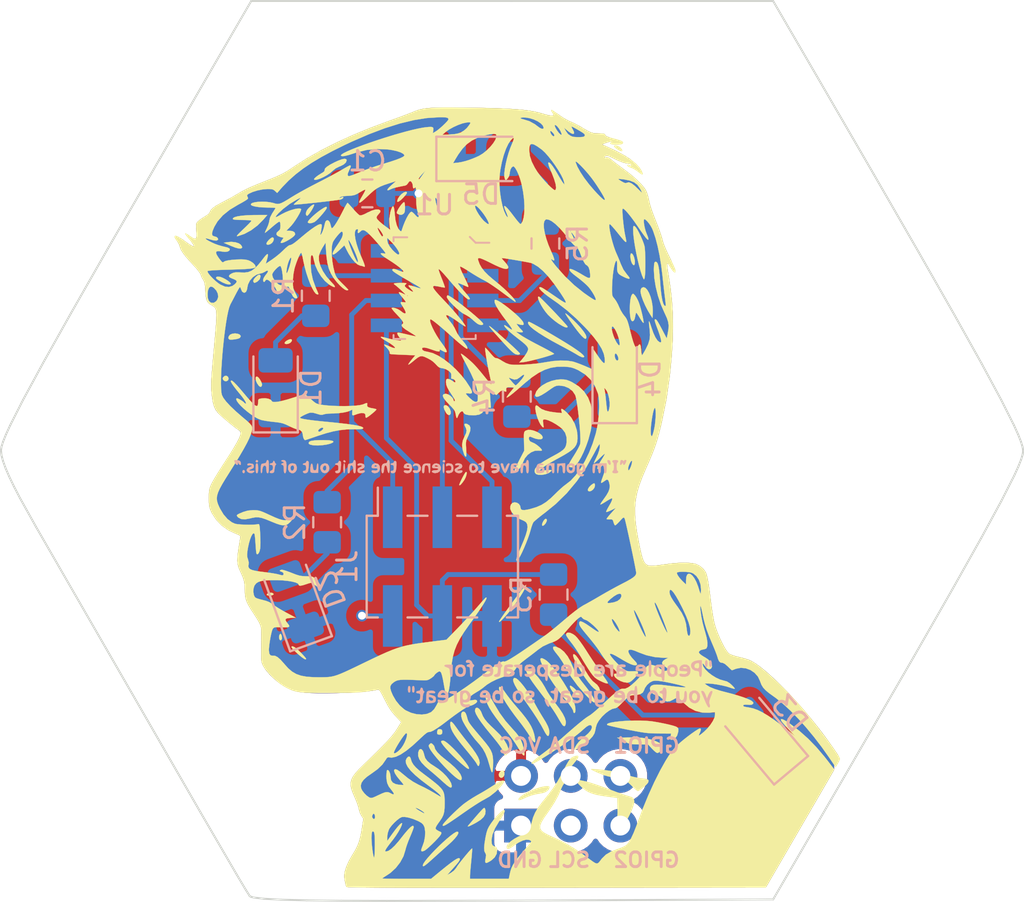
<source format=kicad_pcb>
(kicad_pcb (version 20171130) (host pcbnew "(5.1.5)-3")
  (layers (0 F.Cu signal hide) (31 B.Cu signal) (34 B.Paste user) (35 F.Paste user) (36 B.SilkS user) (37 F.SilkS user hide) (38 B.Mask user) (39 F.Mask user) (44 Edge.Cuts user))
  (net 0 "")
  (net 1 +3V3)
  (net 2 GND)
  (net 3 "Net-(D1-Pad2)")
  (net 4 "Net-(D3-Pad2)")
  (net 5 "Net-(D5-Pad2)")
  (net 6 MISO)
  (net 7 SCK)
  (net 8 MOSI)
  (net 9 RST)
  (net 10 PB3)
  (net 11 PB4)
  (net 12 "Net-(X1-Pad5)")
  (net 13 "Net-(X1-Pad6)")
  (net 14 "Net-(X1-Pad3)")
  (net 15 "Net-(X1-Pad4)")
  (net 16 "Net-(D2-Pad2)")
  (net 17 "Net-(D4-Pad2)")
  (module my-ki-cad-parts:Badgelife-SAOv169-SAO-2x3 (layer F.Cu) (at -0.4537 4.5393)
    (fp_text reference X1 hide)
    (fp_text value Badgelife_sao_connector_v169bis)
    (fp_text user VCC (at -2.54 -2.794 unlocked) (layer B.SilkS) (effects (font (size 0.75 0.75)) (justify mirror)))
    (fp_text user SDA (at 0 -2.794 unlocked) (layer B.SilkS) (effects (font (size 0.75 0.75)) (justify mirror)))
    (fp_text user GPIO1 (at 3.937 -2.794 unlocked) (layer B.SilkS) (effects (font (size 0.75 0.75)) (justify mirror)))
    (fp_text user GND (at -2.54 3.048 unlocked) (layer B.SilkS) (effects (font (size 0.75 0.75)) (justify mirror)))
    (fp_text user SCL (at 0 3.048) (layer B.SilkS) (effects (font (size 0.75 0.75)) (justify mirror)))
    (fp_text user GPIO2 (at 3.937 3.048) (layer B.SilkS) (effects (font (size 0.75 0.75)) (justify mirror)))
    (pad 5 thru_hole circle (at 2.6 -1.25 270) (size 1.7272 1.7272) (drill 1.016) (layers *.Cu *.Mask) (net 12 "Net-(X1-Pad5)"))
    (pad 6 thru_hole circle (at 2.6 1.29 270) (size 1.7272 1.7272) (drill 1.016) (layers *.Cu *.Mask) (net 13 "Net-(X1-Pad6)"))
    (pad 3 thru_hole oval (at 0.06 -1.25 270) (size 1.7272 1.7272) (drill 1.016) (layers *.Cu *.Mask) (net 14 "Net-(X1-Pad3)"))
    (pad 4 thru_hole oval (at 0.06 1.29 270) (size 1.7272 1.7272) (drill 1.016) (layers *.Cu *.Mask) (net 15 "Net-(X1-Pad4)"))
    (pad 1 thru_hole oval (at -2.48 -1.25 270) (size 1.7272 1.7272) (drill 1.016) (layers *.Cu *.Mask) (net 1 +3V3))
    (pad 2 thru_hole rect (at -2.48 1.29 270) (size 1.7272 1.7272) (drill 1.016) (layers *.Cu *.Mask) (net 2 GND))
  )
  (module LOGO (layer F.Cu) (at 0 0)
    (fp_text reference G*** hide)
    (fp_text value LOGO hide)
  )
  (module LOGO (layer F.Cu) (at 0 0)
    (fp_text reference G*** hide)
    (fp_text value LOGO hide)
  )
  (module LOGO (layer F.Cu) (at 0 0)
    (fp_text reference G*** hide)
    (fp_text value LOGO hide)
  )
  (module LOGO (layer F.Cu) (at 0 0)
    (fp_text reference G*** hide)
    (fp_text value LOGO hide)
  )
  (module LOGO (layer F.Cu) (at 0 0)
    (fp_text reference G*** hide)
    (fp_text value LOGO hide)
  )
  (module LOGO (layer F.Cu) (at 0 0)
    (fp_text reference G*** hide)
    (fp_text value LOGO hide)
  )
  (module Connector_PinHeader_2.54mm:PinHeader_2x03_P2.54mm_Vertical_SMD (layer B.Cu) (at -6.95984 -7.4168 270)
    (fp_text reference J1 (at 0 4.87 90) (layer B.SilkS) (effects (justify mirror)))
    (fp_text value ICSP)
    (pad 1 smd rect (at -2.525 2.54 270) (size 3.15 1) (layers B.Cu B.Paste B.Mask) (net 6 MISO))
    (pad 2 smd rect (at 2.525 2.54 270) (size 3.15 1) (layers B.Cu B.Paste B.Mask) (net 1 +3V3))
    (pad 3 smd rect (at -2.525 0 270) (size 3.15 1) (layers B.Cu B.Paste B.Mask) (net 7 SCK))
    (pad 4 smd rect (at 2.525 0 270) (size 3.15 1) (layers B.Cu B.Paste B.Mask) (net 8 MOSI))
    (pad 5 smd rect (at -2.525 -2.54 270) (size 3.15 1) (layers B.Cu B.Paste B.Mask) (net 9 RST))
    (pad 6 smd rect (at 2.525 -2.54 270) (size 3.15 1) (layers B.Cu B.Paste B.Mask) (net 2 GND))
  )
  (module digikey-footprints:SOIC-8_W5.3mm (layer B.Cu) (at -7.35584 -21.66112 180)
    (fp_text reference U1 (at 0 4.25) (layer B.SilkS) (effects (justify mirror)))
    (fp_text value ATtiny85V-10PU)
    (pad 3 smd rect (at -2.465 -0.635 180) (size 1.6 0.7) (layers B.Cu B.Paste B.Mask) (net 11 PB4))
    (pad 2 smd rect (at -2.465 0.635 180) (size 1.6 0.7) (layers B.Cu B.Paste B.Mask) (net 10 PB3))
    (pad 4 smd rect (at -2.465 -1.905 180) (size 1.6 0.7) (layers B.Cu B.Paste B.Mask) (net 2 GND))
    (pad 1 smd rect (at -2.465 1.905 180) (size 1.6 0.7) (layers B.Cu B.Paste B.Mask) (net 9 RST))
    (pad 5 smd rect (at 2.465 -1.905 180) (size 1.6 0.7) (layers B.Cu B.Paste B.Mask) (net 8 MOSI))
    (pad 6 smd rect (at 2.465 -0.635 180) (size 1.6 0.7) (layers B.Cu B.Paste B.Mask) (net 6 MISO))
    (pad 7 smd rect (at 2.465 0.635 180) (size 1.6 0.7) (layers B.Cu B.Paste B.Mask) (net 7 SCK))
    (pad 8 smd rect (at 2.465 1.905 180) (size 1.6 0.7) (layers B.Cu B.Paste B.Mask) (net 1 +3V3))
  )
  (module Capacitor_SMD:C_0805_2012Metric (layer B.Cu) (at -10.797301 -26.504898 180)
    (fp_text reference C1 (at 0 1.65) (layer B.SilkS) (effects (justify mirror)))
    (fp_text value 100u)
    (pad 1 smd roundrect (at -0.9375 0 180) (size 0.975 1.4) (layers B.Cu B.Paste B.Mask) (net 1 +3V3))
    (pad 2 smd roundrect (at 0.9375 0 180) (size 0.975 1.4) (layers B.Cu B.Paste B.Mask) (net 2 GND))
  )
  (module LED_SMD:LED_1206_3216Metric (layer B.Cu) (at -15.48892 -16.56542 90)
    (fp_text reference D1 (at 0 1.82 90) (layer B.SilkS) (effects (justify mirror)))
    (fp_text value LED)
    (pad 2 smd roundrect (at 1.4 0 90) (size 1.25 1.75) (layers B.Cu B.Paste B.Mask) (roundrect_rratio 0.2) (net 3 "Net-(D1-Pad2)"))
    (pad 1 smd roundrect (at -1.4 0 90) (size 1.25 1.75) (layers B.Cu B.Paste B.Mask) (roundrect_rratio 0.2) (net 2 GND))
  )
  (module LED_SMD:LED_1206_3216Metric (layer B.Cu) (at -14.456372 -5.61863 110)
    (fp_text reference D2 (at 0 1.82 110) (layer B.SilkS) (effects (justify mirror)))
    (fp_text value LED)
    (pad 1 smd roundrect (at -1.4 0 110) (size 1.25 1.75) (layers B.Cu B.Paste B.Mask) (roundrect_rratio 0.2) (net 2 GND))
    (pad 2 smd roundrect (at 1.4 0 110) (size 1.25 1.75) (layers B.Cu B.Paste B.Mask) (roundrect_rratio 0.2) (net 16 "Net-(D2-Pad2)"))
  )
  (module LED_SMD:LED_1206_3216Metric (layer B.Cu) (at 9.408903 1.250263 130)
    (fp_text reference D3 (at 0 1.82 130) (layer B.SilkS) (effects (justify mirror)))
    (fp_text value LED)
    (pad 1 smd roundrect (at -1.4 0 130) (size 1.25 1.75) (layers B.Cu B.Paste B.Mask) (roundrect_rratio 0.2) (net 2 GND))
    (pad 2 smd roundrect (at 1.4 0 130) (size 1.25 1.75) (layers B.Cu B.Paste B.Mask) (roundrect_rratio 0.2) (net 4 "Net-(D3-Pad2)"))
  )
  (module LED_SMD:LED_1206_3216Metric (layer B.Cu) (at 1.8542 -17.0404 90)
    (fp_text reference D4 (at 0 1.82 90) (layer B.SilkS) (effects (justify mirror)))
    (fp_text value LED)
    (pad 2 smd roundrect (at 1.4 0 90) (size 1.25 1.75) (layers B.Cu B.Paste B.Mask) (roundrect_rratio 0.2) (net 17 "Net-(D4-Pad2)"))
    (pad 1 smd roundrect (at -1.4 0 90) (size 1.25 1.75) (layers B.Cu B.Paste B.Mask) (roundrect_rratio 0.2) (net 2 GND))
  )
  (module LED_SMD:LED_1206_3216Metric (layer B.Cu) (at -4.9814 -28.2702)
    (fp_text reference D5 (at 0 1.82) (layer B.SilkS) (effects (justify mirror)))
    (fp_text value LED)
    (pad 1 smd roundrect (at -1.4 0) (size 1.25 1.75) (layers B.Cu B.Paste B.Mask) (roundrect_rratio 0.2) (net 2 GND))
    (pad 2 smd roundrect (at 1.4 0) (size 1.25 1.75) (layers B.Cu B.Paste B.Mask) (roundrect_rratio 0.2) (net 5 "Net-(D5-Pad2)"))
  )
  (module Resistor_SMD:R_0805_2012Metric_Pad1.15x1.40mm_HandSolder (layer B.Cu) (at -13.43406 -21.268796 270)
    (fp_text reference R1 (at 0 1.65 90) (layer B.SilkS) (effects (justify mirror)))
    (fp_text value R)
    (pad 1 smd roundrect (at -1.025 0 270) (size 1.15 1.4) (layers B.Cu B.Paste B.Mask) (roundrect_rratio 0.217391) (net 7 SCK))
    (pad 2 smd roundrect (at 1.025 0 270) (size 1.15 1.4) (layers B.Cu B.Paste B.Mask) (roundrect_rratio 0.217391) (net 3 "Net-(D1-Pad2)"))
  )
  (module Resistor_SMD:R_0805_2012Metric_Pad1.15x1.40mm_HandSolder (layer B.Cu) (at -12.8524 -9.6864 270)
    (fp_text reference R2 (at 0 1.65 90) (layer B.SilkS) (effects (justify mirror)))
    (fp_text value R)
    (pad 1 smd roundrect (at -1.025 0 270) (size 1.15 1.4) (layers B.Cu B.Paste B.Mask) (roundrect_rratio 0.217391) (net 6 MISO))
    (pad 2 smd roundrect (at 1.025 0 270) (size 1.15 1.4) (layers B.Cu B.Paste B.Mask) (roundrect_rratio 0.217391) (net 16 "Net-(D2-Pad2)"))
  )
  (module Resistor_SMD:R_0805_2012Metric_Pad1.15x1.40mm_HandSolder (layer B.Cu) (at -1.27 -5.985404 270)
    (fp_text reference R3 (at 0 1.65 90) (layer B.SilkS) (effects (justify mirror)))
    (fp_text value R)
    (pad 1 smd roundrect (at -1.025 0 270) (size 1.15 1.4) (layers B.Cu B.Paste B.Mask) (roundrect_rratio 0.217391) (net 8 MOSI))
    (pad 2 smd roundrect (at 1.025 0 270) (size 1.15 1.4) (layers B.Cu B.Paste B.Mask) (roundrect_rratio 0.217391) (net 4 "Net-(D3-Pad2)"))
  )
  (module Resistor_SMD:R_0805_2012Metric_Pad1.15x1.40mm_HandSolder (layer B.Cu) (at -3.1496 -16.112596 270)
    (fp_text reference R4 (at 0 1.65 90) (layer B.SilkS) (effects (justify mirror)))
    (fp_text value R)
    (pad 2 smd roundrect (at 1.025 0 270) (size 1.15 1.4) (layers B.Cu B.Paste B.Mask) (roundrect_rratio 0.217391) (net 17 "Net-(D4-Pad2)"))
    (pad 1 smd roundrect (at -1.025 0 270) (size 1.15 1.4) (layers B.Cu B.Paste B.Mask) (roundrect_rratio 0.217391) (net 10 PB3))
  )
  (module Resistor_SMD:R_0805_2012Metric_Pad1.15x1.40mm_HandSolder (layer B.Cu) (at -1.689102 -23.943201 90)
    (fp_text reference R5 (at 0 1.65 90) (layer B.SilkS) (effects (justify mirror)))
    (fp_text value R)
    (pad 2 smd roundrect (at 1.025 0 90) (size 1.15 1.4) (layers B.Cu B.Paste B.Mask) (roundrect_rratio 0.217391) (net 5 "Net-(D5-Pad2)"))
    (pad 1 smd roundrect (at -1.025 0 90) (size 1.15 1.4) (layers B.Cu B.Paste B.Mask) (roundrect_rratio 0.217391) (net 11 PB4))
  )
  (gr_line (start -16.812745 9.430547) (end -17.009265 9.121598) (layer Edge.Cuts) (width 0.1))
  (gr_line (start -17.009265 9.121598) (end -17.470984 8.345812) (layer Edge.Cuts) (width 0.1))
  (gr_line (start -17.470984 8.345812) (end -19.328114 5.155176) (layer Edge.Cuts) (width 0.1))
  (gr_line (start -19.328114 5.155176) (end -27.743823 -9.452234) (layer Edge.Cuts) (width 0.1))
  (gr_line (start -27.743823 -9.452234) (end -28.558845 -10.914621) (layer Edge.Cuts) (width 0.1))
  (gr_line (start -28.558845 -10.914621) (end -28.867968 -11.51029) (layer Edge.Cuts) (width 0.1))
  (gr_line (start -28.867968 -11.51029) (end -29.114999 -12.023254) (layer Edge.Cuts) (width 0.1))
  (gr_line (start -29.114999 -12.023254) (end -29.302564 -12.459246) (layer Edge.Cuts) (width 0.1))
  (gr_line (start -29.302564 -12.459246) (end -29.433288 -12.823998) (layer Edge.Cuts) (width 0.1))
  (gr_line (start -29.433288 -12.823998) (end -29.509798 -13.123242) (layer Edge.Cuts) (width 0.1))
  (gr_line (start -29.509798 -13.123242) (end -29.534718 -13.362712) (layer Edge.Cuts) (width 0.1))
  (gr_line (start -29.534718 -13.362712) (end -29.508708 -13.544219) (layer Edge.Cuts) (width 0.1))
  (gr_line (start -29.508708 -13.544219) (end -29.426348 -13.809744) (layer Edge.Cuts) (width 0.1))
  (gr_line (start -29.426348 -13.809744) (end -29.281125 -14.17107) (layer Edge.Cuts) (width 0.1))
  (gr_line (start -29.281125 -14.17107) (end -29.066523 -14.639982) (layer Edge.Cuts) (width 0.1))
  (gr_line (start -29.066523 -14.639982) (end -28.40313 -15.947693) (layer Edge.Cuts) (width 0.1))
  (gr_line (start -28.40313 -15.947693) (end -27.384061 -17.827144) (layer Edge.Cuts) (width 0.1))
  (gr_line (start -27.384061 -17.827144) (end -25.95721 -20.3726) (layer Edge.Cuts) (width 0.1))
  (gr_line (start -25.95721 -20.3726) (end -24.07047 -23.678328) (layer Edge.Cuts) (width 0.1))
  (gr_line (start -24.07047 -23.678328) (end -18.708897 -32.947665) (layer Edge.Cuts) (width 0.1))
  (gr_line (start -18.708897 -32.947665) (end -16.733804 -36.347146) (layer Edge.Cuts) (width 0.1))
  (gr_line (start -16.733804 -36.347146) (end -3.388058 -36.347146) (layer Edge.Cuts) (width 0.1))
  (gr_line (start -3.388058 -36.347146) (end 9.957688 -36.347146) (layer Edge.Cuts) (width 0.1))
  (gr_line (start 9.957688 -36.347146) (end 12.275615 -32.361548) (layer Edge.Cuts) (width 0.1))
  (gr_line (start 12.275615 -32.361548) (end 15.104895 -27.485994) (layer Edge.Cuts) (width 0.1))
  (gr_line (start 15.104895 -27.485994) (end 17.407934 -23.490912) (layer Edge.Cuts) (width 0.1))
  (gr_line (start 17.407934 -23.490912) (end 19.23066 -20.292867) (layer Edge.Cuts) (width 0.1))
  (gr_line (start 19.23066 -20.292867) (end 20.618997 -17.808426) (layer Edge.Cuts) (width 0.1))
  (gr_line (start 20.618997 -17.808426) (end 21.61887 -15.954155) (layer Edge.Cuts) (width 0.1))
  (gr_line (start 21.61887 -15.954155) (end 22.276205 -14.646623) (layer Edge.Cuts) (width 0.1))
  (gr_line (start 22.276205 -14.646623) (end 22.490773 -14.17181) (layer Edge.Cuts) (width 0.1))
  (gr_line (start 22.490773 -14.17181) (end 22.636928 -13.802393) (layer Edge.Cuts) (width 0.1))
  (gr_line (start 22.636928 -13.802393) (end 22.720408 -13.527945) (layer Edge.Cuts) (width 0.1))
  (gr_line (start 22.720408 -13.527945) (end 22.746958 -13.338034) (layer Edge.Cuts) (width 0.1))
  (gr_line (start 22.746958 -13.338034) (end 22.722518 -13.155839) (layer Edge.Cuts) (width 0.1))
  (gr_line (start 22.722518 -13.155839) (end 22.643968 -12.894426) (layer Edge.Cuts) (width 0.1))
  (gr_line (start 22.643968 -12.894426) (end 22.503434 -12.539612) (layer Edge.Cuts) (width 0.1))
  (gr_line (start 22.503434 -12.539612) (end 22.293061 -12.077215) (layer Edge.Cuts) (width 0.1))
  (gr_line (start 22.293061 -12.077215) (end 21.63135 -10.772942) (layer Edge.Cuts) (width 0.1))
  (gr_line (start 21.63135 -10.772942) (end 20.595942 -8.868144) (layer Edge.Cuts) (width 0.1))
  (gr_line (start 20.595942 -8.868144) (end 19.123947 -6.249358) (layer Edge.Cuts) (width 0.1))
  (gr_line (start 19.123947 -6.249358) (end 17.152473 -2.803123) (layer Edge.Cuts) (width 0.1))
  (gr_line (start 17.152473 -2.803123) (end 11.459525 7.025542) (layer Edge.Cuts) (width 0.1))
  (gr_line (start 11.459525 7.025542) (end 9.959918 9.604453) (layer Edge.Cuts) (width 0.1))
  (gr_line (start 9.959918 9.604453) (end -3.3098 9.664973) (layer Edge.Cuts) (width 0.1))
  (gr_line (start -3.3098 9.664973) (end -9.798322 9.681043) (layer Edge.Cuts) (width 0.1))
  (gr_line (start -9.798322 9.681043) (end -12.121845 9.672843) (layer Edge.Cuts) (width 0.1))
  (gr_line (start -12.121845 9.672843) (end -13.907565 9.652533) (layer Edge.Cuts) (width 0.1))
  (gr_line (start -13.907565 9.652533) (end -15.212498 9.619123) (layer Edge.Cuts) (width 0.1))
  (gr_line (start -15.212498 9.619123) (end -16.093661 9.571633) (layer Edge.Cuts) (width 0.1))
  (gr_line (start -16.093661 9.571633) (end -16.60807 9.509093) (layer Edge.Cuts) (width 0.1))
  (gr_line (start -16.60807 9.509093) (end -16.745559 9.471873) (layer Edge.Cuts) (width 0.1))
  (gr_line (start -16.745559 9.471873) (end -16.812739 9.430523) (layer Edge.Cuts) (width 0.1))
  (gr_line (start -16.812739 9.430523) (end -16.812739 9.430541) (layer Edge.Cuts) (width 0.1))
  (gr_line (start -16.812739 9.430541) (end -16.812745 9.430547) (layer Edge.Cuts) (width 0.1))
  (segment (start -11.05638 -4.8918) (end -11.07186 -4.90728) (width 0.25) (layer B.Cu) (net 1))
  (segment (start -9.49984 -4.8918) (end -11.05638 -4.8918) (width 0.25) (layer B.Cu) (net 1))
  (via (at -11.07186 -4.90728) (size 0.6) (drill 0.4) (layers F.Cu B.Cu) (net 1))
  (segment (start -9.82084 -26.465937) (end -9.859801 -26.504898) (width 0.25) (layer B.Cu) (net 1))
  (segment (start -9.82084 -23.56612) (end -9.82084 -26.465937) (width 0.25) (layer B.Cu) (net 1))
  (via (at -8.1788 -26.5049) (size 0.6) (drill 0.4) (layers F.Cu B.Cu) (net 1))
  (segment (start -9.859801 -26.504898) (end -8.178802 -26.504898) (width 0.25) (layer B.Cu) (net 1))
  (segment (start -8.178802 -26.504898) (end -8.1788 -26.5049) (width 0.25) (layer B.Cu) (net 1))
  (segment (start -15.48892 -18.59042) (end -15.48892 -17.96542) (width 0.25) (layer B.Cu) (net 3))
  (segment (start -15.48892 -18.888936) (end -15.48892 -18.59042) (width 0.25) (layer B.Cu) (net 3))
  (segment (start -14.13406 -20.243796) (end -15.48892 -18.888936) (width 0.25) (layer B.Cu) (net 3))
  (segment (start -13.43406 -20.243796) (end -14.13406 -20.243796) (width 0.25) (layer B.Cu) (net 3))
  (segment (start -1.27 -4.385404) (end -1.27 -4.960404) (width 0.25) (layer B.Cu) (net 4))
  (segment (start 3.293205 0.177801) (end -1.27 -4.385404) (width 0.25) (layer B.Cu) (net 4))
  (segment (start 8.509 0.177801) (end 3.293205 0.177801) (width 0.25) (layer B.Cu) (net 4))
  (segment (start -2.9564 -28.2702) (end -3.5814 -28.2702) (width 0.25) (layer B.Cu) (net 5))
  (segment (start -1.689102 -27.002902) (end -2.9564 -28.2702) (width 0.25) (layer B.Cu) (net 5))
  (segment (start -1.689102 -24.968201) (end -1.689102 -27.002902) (width 0.25) (layer B.Cu) (net 5))
  (segment (start -11.59764 -14.8082) (end -9.49984 -12.7104) (width 0.25) (layer B.Cu) (net 6))
  (segment (start -9.49984 -12.7104) (end -9.49984 -9.9418) (width 0.25) (layer B.Cu) (net 6))
  (segment (start -11.59764 -20.29932) (end -11.59764 -14.8082) (width 0.25) (layer B.Cu) (net 6))
  (segment (start -9.82084 -21.02612) (end -10.87084 -21.02612) (width 0.25) (layer B.Cu) (net 6))
  (segment (start -10.87084 -21.02612) (end -11.59764 -20.29932) (width 0.25) (layer B.Cu) (net 6))
  (segment (start -11.59764 -12.54116) (end -11.59764 -14.8082) (width 0.25) (layer B.Cu) (net 6))
  (segment (start -12.8524 -11.2864) (end -11.59764 -12.54116) (width 0.25) (layer B.Cu) (net 6))
  (segment (start -12.8524 -10.7114) (end -12.8524 -11.2864) (width 0.25) (layer B.Cu) (net 6))
  (segment (start -6.95984 -9.9418) (end -6.95984 -20.48512) (width 0.25) (layer B.Cu) (net 7))
  (segment (start -8.77084 -22.29612) (end -9.82084 -22.29612) (width 0.25) (layer B.Cu) (net 7))
  (segment (start -6.95984 -20.48512) (end -8.77084 -22.29612) (width 0.25) (layer B.Cu) (net 7))
  (segment (start -13.431736 -22.29612) (end -13.43406 -22.293796) (width 0.25) (layer B.Cu) (net 7))
  (segment (start -9.82084 -22.29612) (end -13.431736 -22.29612) (width 0.25) (layer B.Cu) (net 7))
  (segment (start -8.27532 -12.446) (end -8.27532 -5.45728) (width 0.25) (layer B.Cu) (net 8))
  (segment (start -8.27532 -5.45728) (end -7.70984 -4.8918) (width 0.25) (layer B.Cu) (net 8))
  (segment (start -7.70984 -4.8918) (end -6.95984 -4.8918) (width 0.25) (layer B.Cu) (net 8))
  (segment (start -9.82084 -13.99152) (end -8.27532 -12.446) (width 0.25) (layer B.Cu) (net 8))
  (segment (start -9.82084 -19.75612) (end -9.82084 -13.99152) (width 0.25) (layer B.Cu) (net 8))
  (segment (start -1.97 -7.010404) (end -1.27 -7.010404) (width 0.25) (layer B.Cu) (net 8))
  (segment (start -6.666236 -7.010404) (end -1.97 -7.010404) (width 0.25) (layer B.Cu) (net 8))
  (segment (start -6.95984 -6.7168) (end -6.666236 -7.010404) (width 0.25) (layer B.Cu) (net 8))
  (segment (start -6.95984 -4.8918) (end -6.95984 -6.7168) (width 0.25) (layer B.Cu) (net 8))
  (segment (start -6.50983 -22.99713) (end -5.94084 -23.56612) (width 0.25) (layer B.Cu) (net 9))
  (segment (start -6.50983 -13.85679) (end -6.50983 -22.99713) (width 0.25) (layer B.Cu) (net 9))
  (segment (start -4.41984 -11.7668) (end -6.50983 -13.85679) (width 0.25) (layer B.Cu) (net 9))
  (segment (start -5.94084 -23.56612) (end -4.89084 -23.56612) (width 0.25) (layer B.Cu) (net 9))
  (segment (start -4.41984 -9.9418) (end -4.41984 -11.7668) (width 0.25) (layer B.Cu) (net 9))
  (segment (start -3.8496 -17.137596) (end -3.1496 -17.137596) (width 0.25) (layer B.Cu) (net 10))
  (segment (start -4.007318 -17.137596) (end -3.8496 -17.137596) (width 0.25) (layer B.Cu) (net 10))
  (segment (start -6.015841 -19.146119) (end -4.007318 -17.137596) (width 0.25) (layer B.Cu) (net 10))
  (segment (start -6.015841 -22.221119) (end -6.015841 -19.146119) (width 0.25) (layer B.Cu) (net 10))
  (segment (start -5.94084 -22.29612) (end -6.015841 -22.221119) (width 0.25) (layer B.Cu) (net 10))
  (segment (start -4.89084 -22.29612) (end -5.94084 -22.29612) (width 0.25) (layer B.Cu) (net 10))
  (segment (start -1.689102 -22.343201) (end -1.689102 -22.918201) (width 0.25) (layer B.Cu) (net 11))
  (segment (start -3.006183 -21.02612) (end -1.689102 -22.343201) (width 0.25) (layer B.Cu) (net 11))
  (segment (start -4.89084 -21.02612) (end -3.006183 -21.02612) (width 0.25) (layer B.Cu) (net 11))
  (segment (start -14.0046 -6.9342) (end -14.9352 -6.9342) (width 0.25) (layer B.Cu) (net 16))
  (segment (start -12.8524 -8.0864) (end -14.0046 -6.9342) (width 0.25) (layer B.Cu) (net 16))
  (segment (start -12.8524 -8.6614) (end -12.8524 -8.0864) (width 0.25) (layer B.Cu) (net 16))
  (segment (start -0.873604 -15.087596) (end 1.8542 -17.8154) (width 0.25) (layer B.Cu) (net 17))
  (segment (start 1.8542 -17.8154) (end 1.8542 -18.4404) (width 0.25) (layer B.Cu) (net 17))
  (segment (start -3.1496 -15.087596) (end -0.873604 -15.087596) (width 0.25) (layer B.Cu) (net 17))
  (zone (net 2) (net_name GND) (layer B.Cu) (connect_pads (clearance 0.508)) (min_thickness 0.254) (fill yes (arc_segments 32) (thermal_gap 0.508) (thermal_bridge_width 0.508))
    (polygon (pts (xy -6.228488 -30.897071) (xy -5.741005 -30.89171) (xy -5.609166 -30.889997) (xy -4.971768 -30.879771) (xy -4.411734 -30.866717) (xy -3.921788 -30.850243) (xy -3.494659 -30.829758) (xy -3.123071 -30.804671) (xy -2.799751 -30.774391) (xy -2.517425 -30.738327) (xy -2.268819 -30.695888) (xy -2.04666 -30.646483) (xy -1.843673 -30.589522) (xy -1.820333 -30.582175) (xy -1.607434 -30.521692) (xy -1.437451 -30.488023) (xy -1.32164 -30.482558) (xy -1.271253 -30.506685) (xy -1.27 -30.514242) (xy -1.293111 -30.571391) (xy -1.332153 -30.630659) (xy -1.388531 -30.724071) (xy -1.384503 -30.771741) (xy -1.36525 -30.776257) (xy -1.319872 -30.752335) (xy -1.22339 -30.687999) (xy -1.091936 -30.594289) (xy -0.999048 -30.525608) (xy -0.822954 -30.403573) (xy -0.638914 -30.292118) (xy -0.477398 -30.209181) (xy -0.425084 -30.187703) (xy -0.278726 -30.124966) (xy -0.093243 -30.032313) (xy 0.099518 -29.925994) (xy 0.171798 -29.883116) (xy 0.376878 -29.760136) (xy 0.530742 -29.675188) (xy 0.653785 -29.621134) (xy 0.766401 -29.590834) (xy 0.888983 -29.577148) (xy 1.041927 -29.572939) (xy 1.058334 -29.572776) (xy 1.234322 -29.566338) (xy 1.334192 -29.55008) (xy 1.366075 -29.522557) (xy 1.365671 -29.51818) (xy 1.378428 -29.469226) (xy 1.443992 -29.423011) (xy 1.572622 -29.374561) (xy 1.774579 -29.318904) (xy 1.77899 -29.317795) (xy 2.0092 -29.255687) (xy 2.164515 -29.202743) (xy 2.253722 -29.155249) (xy 2.285607 -29.109494) (xy 2.286 -29.10356) (xy 2.261139 -29.050055) (xy 2.179636 -29.016749) (xy 2.031106 -29.000781) (xy 1.904036 -28.998333) (xy 1.736645 -29.007711) (xy 1.644087 -29.034656) (xy 1.629476 -29.077387) (xy 1.68186 -29.125549) (xy 1.719897 -29.155703) (xy 1.690088 -29.160731) (xy 1.623754 -29.151277) (xy 1.48808 -29.117955) (xy 1.348669 -29.06875) (xy 1.348587 -29.068716) (xy 1.2065 -29.00818) (xy 1.418167 -28.915057) (xy 1.915742 -28.683217) (xy 2.332333 -28.460666) (xy 2.670863 -28.245392) (xy 2.934258 -28.035385) (xy 3.125442 -27.828635) (xy 3.223375 -27.674157) (xy 3.281324 -27.54303) (xy 3.287135 -27.477586) (xy 3.23993 -27.477397) (xy 3.138828 -27.542034) (xy 3.067877 -27.598456) (xy 2.929252 -27.699296) (xy 2.788134 -27.780069) (xy 2.700538 -27.815144) (xy 2.57477 -27.862477) (xy 2.507015 -27.916218) (xy 2.50985 -27.966262) (xy 2.510969 -27.967413) (xy 2.560236 -27.96689) (xy 2.621041 -27.94194) (xy 2.690797 -27.918828) (xy 2.709334 -27.936012) (xy 2.680942 -27.991624) (xy 2.588622 -28.026549) (xy 2.451952 -28.0433) (xy 2.333365 -28.069051) (xy 2.165125 -28.128215) (xy 1.970978 -28.212003) (xy 1.888841 -28.251714) (xy 1.696099 -28.346895) (xy 1.56384 -28.407059) (xy 1.477203 -28.435809) (xy 1.421329 -28.436753) (xy 1.381355 -28.413494) (xy 1.352458 -28.381838) (xy 1.323605 -28.337435) (xy 1.355438 -28.331731) (xy 1.411066 -28.344167) (xy 1.49609 -28.350006) (xy 1.581168 -28.312429) (xy 1.683042 -28.229751) (xy 1.775568 -28.152702) (xy 1.919627 -28.040327) (xy 2.097556 -27.90609) (xy 2.291691 -27.763456) (xy 2.3495 -27.721724) (xy 2.688265 -27.463924) (xy 2.980367 -27.212425) (xy 3.217536 -26.975254) (xy 3.391502 -26.760444) (xy 3.466499 -26.637143) (xy 3.519647 -26.50422) (xy 3.572487 -26.325121) (xy 3.61393 -26.137647) (xy 3.615283 -26.129997) (xy 3.65971 -25.942797) (xy 3.736149 -25.696315) (xy 3.839062 -25.40715) (xy 3.956652 -25.107174) (xy 4.05517 -24.858159) (xy 4.14605 -24.613737) (xy 4.22232 -24.393772) (xy 4.277005 -24.21813) (xy 4.298438 -24.133507) (xy 4.351015 -23.952671) (xy 4.443882 -23.714406) (xy 4.571426 -23.432426) (xy 4.655081 -23.262166) (xy 4.759146 -23.050798) (xy 4.848796 -22.859153) (xy 4.917039 -22.702933) (xy 4.956883 -22.597839) (xy 4.964084 -22.568333) (xy 4.958915 -22.475899) (xy 4.920458 -22.456706) (xy 4.853128 -22.508187) (xy 4.761344 -22.627773) (xy 4.702948 -22.720128) (xy 4.627162 -22.84239) (xy 4.574269 -22.913561) (xy 4.54312 -22.92832) (xy 4.532562 -22.881342) (xy 4.541444 -22.767307) (xy 4.568615 -22.580891) (xy 4.612922 -22.316772) (xy 4.614146 -22.309666) (xy 4.714042 -21.653862) (xy 4.784523 -21.007344) (xy 4.825756 -20.355963) (xy 4.837905 -19.685569) (xy 4.821136 -18.982013) (xy 4.775616 -18.231145) (xy 4.701508 -17.418817) (xy 4.674298 -17.166166) (xy 4.506731 -15.9872) (xy 4.26333 -14.789635) (xy 4.212713 -14.576988) (xy 4.130106 -14.248301) (xy 4.050373 -13.959405) (xy 3.966692 -13.690964) (xy 3.872239 -13.423639) (xy 3.760194 -13.138092) (xy 3.623734 -12.814985) (xy 3.460966 -12.446) (xy 3.266259 -11.989117) (xy 3.113819 -11.575983) (xy 3.002138 -11.191075) (xy 2.929708 -10.818867) (xy 2.895024 -10.443833) (xy 2.896577 -10.05045) (xy 2.932861 -9.623191) (xy 3.002368 -9.146533) (xy 3.093139 -8.657166) (xy 3.161217 -8.326292) (xy 3.220082 -8.068615) (xy 3.273167 -7.873615) (xy 3.323905 -7.730775) (xy 3.37573 -7.629574) (xy 3.432075 -7.559492) (xy 3.4591 -7.53587) (xy 3.526985 -7.492767) (xy 3.609033 -7.465956) (xy 3.718303 -7.455424) (xy 3.867857 -7.461158) (xy 4.070755 -7.483144) (xy 4.340057 -7.521368) (xy 4.428526 -7.534885) (xy 4.818231 -7.584671) (xy 5.185815 -7.611717) (xy 5.516238 -7.615804) (xy 5.794463 -7.596713) (xy 5.994221 -7.55766) (xy 6.208361 -7.455177) (xy 6.396253 -7.293631) (xy 6.514248 -7.125376) (xy 6.563158 -6.991678) (xy 6.613514 -6.77802) (xy 6.665527 -6.483215) (xy 6.719408 -6.10608) (xy 6.772264 -5.672666) (xy 6.808101 -5.388667) (xy 6.850357 -5.100711) (xy 6.895137 -4.832554) (xy 6.938548 -4.607953) (xy 6.966565 -4.487333) (xy 7.034546 -4.264118) (xy 7.125759 -4.018115) (xy 7.232548 -3.765179) (xy 7.347261 -3.521161) (xy 7.462242 -3.301914) (xy 7.569839 -3.123291) (xy 7.662395 -3.001143) (xy 7.70122 -2.965788) (xy 7.799023 -2.9167) (xy 7.953374 -2.861757) (xy 8.137476 -2.809991) (xy 8.221214 -2.790502) (xy 8.419391 -2.742273) (xy 8.609009 -2.687088) (xy 8.758725 -2.634369) (xy 8.798862 -2.616834) (xy 9.036425 -2.479973) (xy 9.315723 -2.279662) (xy 9.63046 -2.022174) (xy 9.974337 -1.713781) (xy 10.341055 -1.360756) (xy 10.724317 -0.969372) (xy 11.117824 -0.5459) (xy 11.515278 -0.096614) (xy 11.910382 0.372215) (xy 12.296836 0.854314) (xy 12.340318 0.910167) (xy 12.469127 1.079388) (xy 12.613787 1.274787) (xy 12.76605 1.484608) (xy 12.917667 1.697091) (xy 13.060388 1.900478) (xy 13.185964 2.083013) (xy 13.286145 2.232936) (xy 13.352681 2.338491) (xy 13.377325 2.387918) (xy 13.377334 2.388235) (xy 13.340073 2.404613) (xy 13.248468 2.412789) (xy 13.229167 2.413) (xy 13.081 2.413) (xy 13.079741 2.69875) (xy 13.078483 2.9845) (xy 11.333133 5.990167) (xy 9.587784 8.995834) (xy -1.134072 9.006499) (xy -2.298734 9.007585) (xy -3.381367 9.008433) (xy -4.384607 9.009035) (xy -5.311092 9.00938) (xy -6.163459 9.009456) (xy -6.944344 9.009255) (xy -7.656385 9.008764) (xy -8.302219 9.007975) (xy -8.884482 9.006877) (xy -9.405812 9.005458) (xy -9.868845 9.00371) (xy -10.276219 9.001621) (xy -10.63057 8.999181) (xy -10.934536 8.99638) (xy -11.190754 8.993207) (xy -11.40186 8.989651) (xy -11.570492 8.985704) (xy -11.699286 8.981353) (xy -11.79088 8.976589) (xy -11.84791 8.971402) (xy -11.873014 8.96578) (xy -11.874668 8.964166) (xy -11.911794 8.830977) (xy -11.946734 8.661014) (xy -11.971714 8.496427) (xy -11.979298 8.397043) (xy -11.952467 8.190187) (xy -11.873534 7.9388) (xy -11.749014 7.659442) (xy -11.585423 7.368673) (xy -11.557 7.323667) (xy -11.41256 7.08433) (xy -11.301998 6.862613) (xy -11.217015 6.634972) (xy -11.149312 6.377861) (xy -11.090592 6.067738) (xy -11.071014 5.944841) (xy -10.998916 5.476181) (xy -11.102429 5.323647) (xy -11.175093 5.180328) (xy -11.225857 5.015615) (xy -11.232467 4.97759) (xy -11.261431 4.85826) (xy -11.318768 4.688425) (xy -11.395343 4.493486) (xy -11.458132 4.34995) (xy -11.565351 4.098003) (xy -11.63173 3.884515) (xy -11.65347 3.696554) (xy -11.626772 3.521187) (xy -11.547839 3.345483) (xy -11.412872 3.156508) (xy -11.218072 2.941329) (xy -10.973648 2.700395) (xy -10.600431 2.34122) (xy -10.284753 2.032191) (xy -10.020884 1.767188) (xy -9.803097 1.54009) (xy -9.625663 1.344777) (xy -9.482855 1.17513) (xy -9.368943 1.025029) (xy -9.279255 0.890067) (xy -9.06255 0.537933) (xy -9.355299 0.22446) (xy -9.503119 0.0561) (xy -9.629166 -0.113826) (xy -9.749448 -0.309547) (xy -9.87997 -0.555294) (xy -9.910066 -0.615297) (xy -10.016905 -0.826697) (xy -10.095589 -0.972267) (xy -10.153711 -1.062927) (xy -10.198862 -1.109596) (xy -10.238635 -1.123195) (xy -10.261291 -1.120458) (xy -10.542096 -1.067073) (xy -10.895271 -1.023067) (xy -11.32383 -0.988193) (xy -11.830787 -0.962202) (xy -12.3825 -0.945626) (xy -12.891407 -0.937858) (xy -13.324451 -0.938876) (xy -13.690039 -0.949258) (xy -13.996576 -0.969582) (xy -14.252467 -1.000426) (xy -14.466119 -1.042368) (xy -14.645937 -1.095987) (xy -14.663771 -1.102533) (xy -14.94832 -1.235813) (xy -15.241161 -1.420109) (xy -15.52435 -1.64013) (xy -15.779945 -1.880583) (xy -15.99 -2.126176) (xy -16.13331 -2.354926) (xy -16.169089 -2.431402) (xy -16.195036 -2.503411) (xy -16.212466 -2.585506) (xy -16.222695 -2.69224) (xy -16.227038 -2.838166) (xy -16.226811 -3.037838) (xy -16.223329 -3.305808) (xy -16.222739 -3.344333) (xy -16.220203 -3.607275) (xy -16.220633 -3.853486) (xy -16.223785 -4.065408) (xy -16.229415 -4.225484) (xy -16.236121 -4.308788) (xy -16.266871 -4.421155) (xy -16.335074 -4.568021) (xy -16.446227 -4.759803) (xy -16.599708 -4.997738) (xy -16.764508 -5.25072) (xy -16.885146 -5.453371) (xy -16.9683 -5.623062) (xy -17.020648 -5.777164) (xy -17.048868 -5.93305) (xy -17.059637 -6.10809) (xy -17.060569 -6.196572) (xy -17.068742 -6.444562) (xy -17.098165 -6.652561) (xy -17.156767 -6.853264) (xy -17.252478 -7.079365) (xy -17.297391 -7.172959) (xy -17.358592 -7.307019) (xy -17.40331 -7.433837) (xy -17.431529 -7.56554) (xy -17.443234 -7.714257) (xy -17.438409 -7.892115) (xy -17.417038 -8.11124) (xy -17.379105 -8.383762) (xy -17.324595 -8.721807) (xy -17.295144 -8.895656) (xy -17.291609 -8.959762) (xy -17.319135 -9.00539) (xy -17.39473 -9.047659) (xy -17.521058 -9.096466) (xy -17.902372 -9.275842) (xy -18.240339 -9.516153) (xy -18.523504 -9.807312) (xy -18.740414 -10.139228) (xy -18.767868 -10.19473) (xy -18.829103 -10.330638) (xy -18.868217 -10.444003) (xy -18.890111 -10.561423) (xy -18.899682 -10.709497) (xy -18.901832 -10.914824) (xy -18.901833 -10.922) (xy -18.899803 -11.129634) (xy -18.890507 -11.278985) (xy -18.86914 -11.3964) (xy -18.830895 -11.508226) (xy -18.770967 -11.64081) (xy -18.770559 -11.641666) (xy -18.706685 -11.761797) (xy -18.605022 -11.936523) (xy -18.475094 -12.150227) (xy -18.326426 -12.387294) (xy -18.168543 -12.632105) (xy -18.139663 -12.676118) (xy -17.863304 -13.103334) (xy -17.639874 -13.464575) (xy -17.469334 -13.759914) (xy -17.35164 -13.989425) (xy -17.286752 -14.153183) (xy -17.272707 -14.230402) (xy -17.299167 -14.329693) (xy -17.390979 -14.412457) (xy -17.409586 -14.423814) (xy -17.507774 -14.491154) (xy -17.651193 -14.601165) (xy -17.822568 -14.739412) (xy -18.004623 -14.891459) (xy -18.180083 -15.042871) (xy -18.331671 -15.17921) (xy -18.442113 -15.286042) (xy -18.444949 -15.288994) (xy -18.550525 -15.42402) (xy -18.631332 -15.589339) (xy -18.692228 -15.80001) (xy -18.738073 -16.071092) (xy -18.760021 -16.265384) (xy -18.771039 -16.382504) (xy -18.779224 -16.490371) (xy -18.784099 -16.598012) (xy -18.785186 -16.714452) (xy -18.782007 -16.848718) (xy -18.774085 -17.009836) (xy -18.760941 -17.206831) (xy -18.742097 -17.44873) (xy -18.717077 -17.74456) (xy -18.685401 -18.103345) (xy -18.646593 -18.534113) (xy -18.630531 -18.711333) (xy -18.589951 -19.161148) (xy -18.557533 -19.534532) (xy -18.533755 -19.839371) (xy -18.519093 -20.083549) (xy -18.514025 -20.274954) (xy -18.519029 -20.42147) (xy -18.53458 -20.530984) (xy -18.561156 -20.611381) (xy -18.599235 -20.670547) (xy -18.649293 -20.716368) (xy -18.711808 -20.75673) (xy -18.755803 -20.781781) (xy -18.879275 -20.860803) (xy -18.964997 -20.94683) (xy -19.020884 -21.057762) (xy -19.054849 -21.211497) (xy -19.074806 -21.425933) (xy -19.079736 -21.514461) (xy -19.09319 -21.725218) (xy -19.111474 -21.872915) (xy -19.139127 -21.979157) (xy -19.180689 -22.06555) (xy -19.20282 -22.100275) (xy -19.26598 -22.206789) (xy -19.3013 -22.290813) (xy -19.304 -22.307946) (xy -19.33556 -22.392196) (xy -19.428041 -22.527336) (xy -19.57815 -22.709079) (xy -19.782588 -22.933137) (xy -19.793506 -22.944666) (xy -20.035844 -23.212093) (xy -20.212875 -23.435322) (xy -20.328173 -23.619385) (xy -20.385312 -23.769317) (xy -20.387799 -23.781717) (xy -20.435851 -23.917905) (xy -20.517857 -24.054119) (xy -20.537703 -24.078556) (xy -20.612629 -24.178109) (xy -20.655075 -24.260527) (xy -20.658666 -24.27964) (xy -20.635779 -24.332567) (xy -20.564818 -24.33123) (xy -20.442333 -24.274227) (xy -20.264874 -24.160154) (xy -20.134328 -24.0665) (xy -19.923423 -23.917164) (xy -19.774126 -23.825269) (xy -19.686626 -23.79072) (xy -19.661114 -23.813419) (xy -19.697781 -23.893272) (xy -19.796817 -24.030183) (xy -19.916867 -24.175797) (xy -20.042221 -24.330262) (xy -20.105753 -24.42731) (xy -20.107562 -24.466741) (xy -20.047743 -24.448356) (xy -19.926393 -24.371954) (xy -19.848595 -24.316288) (xy -19.709148 -24.221833) (xy -19.614572 -24.183426) (xy -19.558154 -24.207079) (xy -19.533182 -24.298805) (xy -19.532945 -24.464614) (xy -19.541089 -24.591726) (xy -19.553748 -24.772011) (xy -19.55598 -24.889076) (xy -19.543754 -24.964126) (xy -19.513042 -25.018366) (xy -19.459812 -25.073) (xy -19.447414 -25.084619) (xy -19.341867 -25.169279) (xy -19.198306 -25.26725) (xy -19.092333 -25.331495) (xy -18.931385 -25.439279) (xy -18.853434 -25.532307) (xy -18.846162 -25.557547) (xy -18.80215 -25.655179) (xy -18.69341 -25.763261) (xy -18.514796 -25.885751) (xy -18.261163 -26.026609) (xy -18.188302 -26.063716) (xy -17.980187 -26.171639) (xy -17.758722 -26.291928) (xy -17.562156 -26.403657) (xy -17.50719 -26.436341) (xy -17.318403 -26.548135) (xy -17.144781 -26.644593) (xy -16.969419 -26.73367) (xy -16.775418 -26.823319) (xy -16.545874 -26.921495) (xy -16.263886 -27.036149) (xy -16.062808 -27.116035) (xy -15.752056 -27.239748) (xy -15.504552 -27.341486) (xy -15.304362 -27.429258) (xy -15.135554 -27.511072) (xy -14.982195 -27.594937) (xy -14.828351 -27.688861) (xy -14.65809 -27.800852) (xy -14.537703 -27.882593) (xy -13.889088 -28.297044) (xy -13.164906 -28.706735) (xy -12.374257 -29.107281) (xy -11.526237 -29.494301) (xy -10.629948 -29.863412) (xy -9.735221 -30.195897) (xy -9.446827 -30.298811) (xy -9.161377 -30.402816) (xy -8.896803 -30.501222) (xy -8.671036 -30.587337) (xy -8.502005 -30.654469) (xy -8.465221 -30.66983) (xy -8.327823 -30.725521) (xy -8.194287 -30.77211) (xy -8.055975 -30.810264) (xy -7.90425 -30.840648) (xy -7.730473 -30.863927) (xy -7.526007 -30.880769) (xy -7.282213 -30.891838) (xy -6.990454 -30.897801) (xy -6.642092 -30.899323)))
  )
  (zone (net 1) (net_name +3V3) (layer F.Cu) (connect_pads (clearance 0.508)) (min_thickness 0.254) (fill yes (arc_segments 32) (thermal_gap 0.508) (thermal_bridge_width 0.508))
    (polygon (pts (xy -6.228488 -30.897071) (xy -5.741005 -30.89171) (xy -5.609166 -30.889997) (xy -4.971768 -30.879771) (xy -4.411734 -30.866717) (xy -3.921788 -30.850243) (xy -3.494659 -30.829758) (xy -3.123071 -30.804671) (xy -2.799751 -30.774391) (xy -2.517425 -30.738327) (xy -2.268819 -30.695888) (xy -2.04666 -30.646483) (xy -1.843673 -30.589522) (xy -1.820333 -30.582175) (xy -1.607434 -30.521692) (xy -1.437451 -30.488023) (xy -1.32164 -30.482558) (xy -1.271253 -30.506685) (xy -1.27 -30.514242) (xy -1.293111 -30.571391) (xy -1.332153 -30.630659) (xy -1.388531 -30.724071) (xy -1.384503 -30.771741) (xy -1.36525 -30.776257) (xy -1.319872 -30.752335) (xy -1.22339 -30.687999) (xy -1.091936 -30.594289) (xy -0.999048 -30.525608) (xy -0.822954 -30.403573) (xy -0.638914 -30.292118) (xy -0.477398 -30.209181) (xy -0.425084 -30.187703) (xy -0.278726 -30.124966) (xy -0.093243 -30.032313) (xy 0.099518 -29.925994) (xy 0.171798 -29.883116) (xy 0.376878 -29.760136) (xy 0.530742 -29.675188) (xy 0.653785 -29.621134) (xy 0.766401 -29.590834) (xy 0.888983 -29.577148) (xy 1.041927 -29.572939) (xy 1.058334 -29.572776) (xy 1.234322 -29.566338) (xy 1.334192 -29.55008) (xy 1.366075 -29.522557) (xy 1.365671 -29.51818) (xy 1.378428 -29.469226) (xy 1.443992 -29.423011) (xy 1.572622 -29.374561) (xy 1.774579 -29.318904) (xy 1.77899 -29.317795) (xy 2.0092 -29.255687) (xy 2.164515 -29.202743) (xy 2.253722 -29.155249) (xy 2.285607 -29.109494) (xy 2.286 -29.10356) (xy 2.261139 -29.050055) (xy 2.179636 -29.016749) (xy 2.031106 -29.000781) (xy 1.904036 -28.998333) (xy 1.736645 -29.007711) (xy 1.644087 -29.034656) (xy 1.629476 -29.077387) (xy 1.68186 -29.125549) (xy 1.719897 -29.155703) (xy 1.690088 -29.160731) (xy 1.623754 -29.151277) (xy 1.48808 -29.117955) (xy 1.348669 -29.06875) (xy 1.348587 -29.068716) (xy 1.2065 -29.00818) (xy 1.418167 -28.915057) (xy 1.915742 -28.683217) (xy 2.332333 -28.460666) (xy 2.670863 -28.245392) (xy 2.934258 -28.035385) (xy 3.125442 -27.828635) (xy 3.223375 -27.674157) (xy 3.281324 -27.54303) (xy 3.287135 -27.477586) (xy 3.23993 -27.477397) (xy 3.138828 -27.542034) (xy 3.067877 -27.598456) (xy 2.929252 -27.699296) (xy 2.788134 -27.780069) (xy 2.700538 -27.815144) (xy 2.57477 -27.862477) (xy 2.507015 -27.916218) (xy 2.50985 -27.966262) (xy 2.510969 -27.967413) (xy 2.560236 -27.96689) (xy 2.621041 -27.94194) (xy 2.690797 -27.918828) (xy 2.709334 -27.936012) (xy 2.680942 -27.991624) (xy 2.588622 -28.026549) (xy 2.451952 -28.0433) (xy 2.333365 -28.069051) (xy 2.165125 -28.128215) (xy 1.970978 -28.212003) (xy 1.888841 -28.251714) (xy 1.696099 -28.346895) (xy 1.56384 -28.407059) (xy 1.477203 -28.435809) (xy 1.421329 -28.436753) (xy 1.381355 -28.413494) (xy 1.352458 -28.381838) (xy 1.323605 -28.337435) (xy 1.355438 -28.331731) (xy 1.411066 -28.344167) (xy 1.49609 -28.350006) (xy 1.581168 -28.312429) (xy 1.683042 -28.229751) (xy 1.775568 -28.152702) (xy 1.919627 -28.040327) (xy 2.097556 -27.90609) (xy 2.291691 -27.763456) (xy 2.3495 -27.721724) (xy 2.688265 -27.463924) (xy 2.980367 -27.212425) (xy 3.217536 -26.975254) (xy 3.391502 -26.760444) (xy 3.466499 -26.637143) (xy 3.519647 -26.50422) (xy 3.572487 -26.325121) (xy 3.61393 -26.137647) (xy 3.615283 -26.129997) (xy 3.65971 -25.942797) (xy 3.736149 -25.696315) (xy 3.839062 -25.40715) (xy 3.956652 -25.107174) (xy 4.05517 -24.858159) (xy 4.14605 -24.613737) (xy 4.22232 -24.393772) (xy 4.277005 -24.21813) (xy 4.298438 -24.133507) (xy 4.351015 -23.952671) (xy 4.443882 -23.714406) (xy 4.571426 -23.432426) (xy 4.655081 -23.262166) (xy 4.759146 -23.050798) (xy 4.848796 -22.859153) (xy 4.917039 -22.702933) (xy 4.956883 -22.597839) (xy 4.964084 -22.568333) (xy 4.958915 -22.475899) (xy 4.920458 -22.456706) (xy 4.853128 -22.508187) (xy 4.761344 -22.627773) (xy 4.702948 -22.720128) (xy 4.627162 -22.84239) (xy 4.574269 -22.913561) (xy 4.54312 -22.92832) (xy 4.532562 -22.881342) (xy 4.541444 -22.767307) (xy 4.568615 -22.580891) (xy 4.612922 -22.316772) (xy 4.614146 -22.309666) (xy 4.714042 -21.653862) (xy 4.784523 -21.007344) (xy 4.825756 -20.355963) (xy 4.837905 -19.685569) (xy 4.821136 -18.982013) (xy 4.775616 -18.231145) (xy 4.701508 -17.418817) (xy 4.674298 -17.166166) (xy 4.506731 -15.9872) (xy 4.26333 -14.789635) (xy 4.212713 -14.576988) (xy 4.130106 -14.248301) (xy 4.050373 -13.959405) (xy 3.966692 -13.690964) (xy 3.872239 -13.423639) (xy 3.760194 -13.138092) (xy 3.623734 -12.814985) (xy 3.460966 -12.446) (xy 3.266259 -11.989117) (xy 3.113819 -11.575983) (xy 3.002138 -11.191075) (xy 2.929708 -10.818867) (xy 2.895024 -10.443833) (xy 2.896577 -10.05045) (xy 2.932861 -9.623191) (xy 3.002368 -9.146533) (xy 3.093139 -8.657166) (xy 3.161217 -8.326292) (xy 3.220082 -8.068615) (xy 3.273167 -7.873615) (xy 3.323905 -7.730775) (xy 3.37573 -7.629574) (xy 3.432075 -7.559492) (xy 3.4591 -7.53587) (xy 3.526985 -7.492767) (xy 3.609033 -7.465956) (xy 3.718303 -7.455424) (xy 3.867857 -7.461158) (xy 4.070755 -7.483144) (xy 4.340057 -7.521368) (xy 4.428526 -7.534885) (xy 4.818231 -7.584671) (xy 5.185815 -7.611717) (xy 5.516238 -7.615804) (xy 5.794463 -7.596713) (xy 5.994221 -7.55766) (xy 6.208361 -7.455177) (xy 6.396253 -7.293631) (xy 6.514248 -7.125376) (xy 6.563158 -6.991678) (xy 6.613514 -6.77802) (xy 6.665527 -6.483215) (xy 6.719408 -6.10608) (xy 6.772264 -5.672666) (xy 6.808101 -5.388667) (xy 6.850357 -5.100711) (xy 6.895137 -4.832554) (xy 6.938548 -4.607953) (xy 6.966565 -4.487333) (xy 7.034546 -4.264118) (xy 7.125759 -4.018115) (xy 7.232548 -3.765179) (xy 7.347261 -3.521161) (xy 7.462242 -3.301914) (xy 7.569839 -3.123291) (xy 7.662395 -3.001143) (xy 7.70122 -2.965788) (xy 7.799023 -2.9167) (xy 7.953374 -2.861757) (xy 8.137476 -2.809991) (xy 8.221214 -2.790502) (xy 8.419391 -2.742273) (xy 8.609009 -2.687088) (xy 8.758725 -2.634369) (xy 8.798862 -2.616834) (xy 9.036425 -2.479973) (xy 9.315723 -2.279662) (xy 9.63046 -2.022174) (xy 9.974337 -1.713781) (xy 10.341055 -1.360756) (xy 10.724317 -0.969372) (xy 11.117824 -0.5459) (xy 11.515278 -0.096614) (xy 11.910382 0.372215) (xy 12.296836 0.854314) (xy 12.340318 0.910167) (xy 12.469127 1.079388) (xy 12.613787 1.274787) (xy 12.76605 1.484608) (xy 12.917667 1.697091) (xy 13.060388 1.900478) (xy 13.185964 2.083013) (xy 13.286145 2.232936) (xy 13.352681 2.338491) (xy 13.377325 2.387918) (xy 13.377334 2.388235) (xy 13.340073 2.404613) (xy 13.248468 2.412789) (xy 13.229167 2.413) (xy 13.081 2.413) (xy 13.079741 2.69875) (xy 13.078483 2.9845) (xy 11.333133 5.990167) (xy 9.587784 8.995834) (xy -1.134072 9.006499) (xy -2.298734 9.007585) (xy -3.381367 9.008433) (xy -4.384607 9.009035) (xy -5.311092 9.00938) (xy -6.163459 9.009456) (xy -6.944344 9.009255) (xy -7.656385 9.008764) (xy -8.302219 9.007975) (xy -8.884482 9.006877) (xy -9.405812 9.005458) (xy -9.868845 9.00371) (xy -10.276219 9.001621) (xy -10.63057 8.999181) (xy -10.934536 8.99638) (xy -11.190754 8.993207) (xy -11.40186 8.989651) (xy -11.570492 8.985704) (xy -11.699286 8.981353) (xy -11.79088 8.976589) (xy -11.84791 8.971402) (xy -11.873014 8.96578) (xy -11.874668 8.964166) (xy -11.911794 8.830977) (xy -11.946734 8.661014) (xy -11.971714 8.496427) (xy -11.979298 8.397043) (xy -11.952467 8.190187) (xy -11.873534 7.9388) (xy -11.749014 7.659442) (xy -11.585423 7.368673) (xy -11.557 7.323667) (xy -11.41256 7.08433) (xy -11.301998 6.862613) (xy -11.217015 6.634972) (xy -11.149312 6.377861) (xy -11.090592 6.067738) (xy -11.071014 5.944841) (xy -10.998916 5.476181) (xy -11.102429 5.323647) (xy -11.175093 5.180328) (xy -11.225857 5.015615) (xy -11.232467 4.97759) (xy -11.261431 4.85826) (xy -11.318768 4.688425) (xy -11.395343 4.493486) (xy -11.458132 4.34995) (xy -11.565351 4.098003) (xy -11.63173 3.884515) (xy -11.65347 3.696554) (xy -11.626772 3.521187) (xy -11.547839 3.345483) (xy -11.412872 3.156508) (xy -11.218072 2.941329) (xy -10.973648 2.700395) (xy -10.600431 2.34122) (xy -10.284753 2.032191) (xy -10.020884 1.767188) (xy -9.803097 1.54009) (xy -9.625663 1.344777) (xy -9.482855 1.17513) (xy -9.368943 1.025029) (xy -9.279255 0.890067) (xy -9.06255 0.537933) (xy -9.355299 0.22446) (xy -9.503119 0.0561) (xy -9.629166 -0.113826) (xy -9.749448 -0.309547) (xy -9.87997 -0.555294) (xy -9.910066 -0.615297) (xy -10.016905 -0.826697) (xy -10.095589 -0.972267) (xy -10.153711 -1.062927) (xy -10.198862 -1.109596) (xy -10.238635 -1.123195) (xy -10.261291 -1.120458) (xy -10.542096 -1.067073) (xy -10.895271 -1.023067) (xy -11.32383 -0.988193) (xy -11.830787 -0.962202) (xy -12.3825 -0.945626) (xy -12.891407 -0.937858) (xy -13.324451 -0.938876) (xy -13.690039 -0.949258) (xy -13.996576 -0.969582) (xy -14.252467 -1.000426) (xy -14.466119 -1.042368) (xy -14.645937 -1.095987) (xy -14.663771 -1.102533) (xy -14.94832 -1.235813) (xy -15.241161 -1.420109) (xy -15.52435 -1.64013) (xy -15.779945 -1.880583) (xy -15.99 -2.126176) (xy -16.13331 -2.354926) (xy -16.169089 -2.431402) (xy -16.195036 -2.503411) (xy -16.212466 -2.585506) (xy -16.222695 -2.69224) (xy -16.227038 -2.838166) (xy -16.226811 -3.037838) (xy -16.223329 -3.305808) (xy -16.222739 -3.344333) (xy -16.220203 -3.607275) (xy -16.220633 -3.853486) (xy -16.223785 -4.065408) (xy -16.229415 -4.225484) (xy -16.236121 -4.308788) (xy -16.266871 -4.421155) (xy -16.335074 -4.568021) (xy -16.446227 -4.759803) (xy -16.599708 -4.997738) (xy -16.764508 -5.25072) (xy -16.885146 -5.453371) (xy -16.9683 -5.623062) (xy -17.020648 -5.777164) (xy -17.048868 -5.93305) (xy -17.059637 -6.10809) (xy -17.060569 -6.196572) (xy -17.068742 -6.444562) (xy -17.098165 -6.652561) (xy -17.156767 -6.853264) (xy -17.252478 -7.079365) (xy -17.297391 -7.172959) (xy -17.358592 -7.307019) (xy -17.40331 -7.433837) (xy -17.431529 -7.56554) (xy -17.443234 -7.714257) (xy -17.438409 -7.892115) (xy -17.417038 -8.11124) (xy -17.379105 -8.383762) (xy -17.324595 -8.721807) (xy -17.295144 -8.895656) (xy -17.291609 -8.959762) (xy -17.319135 -9.00539) (xy -17.39473 -9.047659) (xy -17.521058 -9.096466) (xy -17.902372 -9.275842) (xy -18.240339 -9.516153) (xy -18.523504 -9.807312) (xy -18.740414 -10.139228) (xy -18.767868 -10.19473) (xy -18.829103 -10.330638) (xy -18.868217 -10.444003) (xy -18.890111 -10.561423) (xy -18.899682 -10.709497) (xy -18.901832 -10.914824) (xy -18.901833 -10.922) (xy -18.899803 -11.129634) (xy -18.890507 -11.278985) (xy -18.86914 -11.3964) (xy -18.830895 -11.508226) (xy -18.770967 -11.64081) (xy -18.770559 -11.641666) (xy -18.706685 -11.761797) (xy -18.605022 -11.936523) (xy -18.475094 -12.150227) (xy -18.326426 -12.387294) (xy -18.168543 -12.632105) (xy -18.139663 -12.676118) (xy -17.863304 -13.103334) (xy -17.639874 -13.464575) (xy -17.469334 -13.759914) (xy -17.35164 -13.989425) (xy -17.286752 -14.153183) (xy -17.272707 -14.230402) (xy -17.299167 -14.329693) (xy -17.390979 -14.412457) (xy -17.409586 -14.423814) (xy -17.507774 -14.491154) (xy -17.651193 -14.601165) (xy -17.822568 -14.739412) (xy -18.004623 -14.891459) (xy -18.180083 -15.042871) (xy -18.331671 -15.17921) (xy -18.442113 -15.286042) (xy -18.444949 -15.288994) (xy -18.550525 -15.42402) (xy -18.631332 -15.589339) (xy -18.692228 -15.80001) (xy -18.738073 -16.071092) (xy -18.760021 -16.265384) (xy -18.771039 -16.382504) (xy -18.779224 -16.490371) (xy -18.784099 -16.598012) (xy -18.785186 -16.714452) (xy -18.782007 -16.848718) (xy -18.774085 -17.009836) (xy -18.760941 -17.206831) (xy -18.742097 -17.44873) (xy -18.717077 -17.74456) (xy -18.685401 -18.103345) (xy -18.646593 -18.534113) (xy -18.630531 -18.711333) (xy -18.589951 -19.161148) (xy -18.557533 -19.534532) (xy -18.533755 -19.839371) (xy -18.519093 -20.083549) (xy -18.514025 -20.274954) (xy -18.519029 -20.42147) (xy -18.53458 -20.530984) (xy -18.561156 -20.611381) (xy -18.599235 -20.670547) (xy -18.649293 -20.716368) (xy -18.711808 -20.75673) (xy -18.755803 -20.781781) (xy -18.879275 -20.860803) (xy -18.964997 -20.94683) (xy -19.020884 -21.057762) (xy -19.054849 -21.211497) (xy -19.074806 -21.425933) (xy -19.079736 -21.514461) (xy -19.09319 -21.725218) (xy -19.111474 -21.872915) (xy -19.139127 -21.979157) (xy -19.180689 -22.06555) (xy -19.20282 -22.100275) (xy -19.26598 -22.206789) (xy -19.3013 -22.290813) (xy -19.304 -22.307946) (xy -19.33556 -22.392196) (xy -19.428041 -22.527336) (xy -19.57815 -22.709079) (xy -19.782588 -22.933137) (xy -19.793506 -22.944666) (xy -20.035844 -23.212093) (xy -20.212875 -23.435322) (xy -20.328173 -23.619385) (xy -20.385312 -23.769317) (xy -20.387799 -23.781717) (xy -20.435851 -23.917905) (xy -20.517857 -24.054119) (xy -20.537703 -24.078556) (xy -20.612629 -24.178109) (xy -20.655075 -24.260527) (xy -20.658666 -24.27964) (xy -20.635779 -24.332567) (xy -20.564818 -24.33123) (xy -20.442333 -24.274227) (xy -20.264874 -24.160154) (xy -20.134328 -24.0665) (xy -19.923423 -23.917164) (xy -19.774126 -23.825269) (xy -19.686626 -23.79072) (xy -19.661114 -23.813419) (xy -19.697781 -23.893272) (xy -19.796817 -24.030183) (xy -19.916867 -24.175797) (xy -20.042221 -24.330262) (xy -20.105753 -24.42731) (xy -20.107562 -24.466741) (xy -20.047743 -24.448356) (xy -19.926393 -24.371954) (xy -19.848595 -24.316288) (xy -19.709148 -24.221833) (xy -19.614572 -24.183426) (xy -19.558154 -24.207079) (xy -19.533182 -24.298805) (xy -19.532945 -24.464614) (xy -19.541089 -24.591726) (xy -19.553748 -24.772011) (xy -19.55598 -24.889076) (xy -19.543754 -24.964126) (xy -19.513042 -25.018366) (xy -19.459812 -25.073) (xy -19.447414 -25.084619) (xy -19.341867 -25.169279) (xy -19.198306 -25.26725) (xy -19.092333 -25.331495) (xy -18.931385 -25.439279) (xy -18.853434 -25.532307) (xy -18.846162 -25.557547) (xy -18.80215 -25.655179) (xy -18.69341 -25.763261) (xy -18.514796 -25.885751) (xy -18.261163 -26.026609) (xy -18.188302 -26.063716) (xy -17.980187 -26.171639) (xy -17.758722 -26.291928) (xy -17.562156 -26.403657) (xy -17.50719 -26.436341) (xy -17.318403 -26.548135) (xy -17.144781 -26.644593) (xy -16.969419 -26.73367) (xy -16.775418 -26.823319) (xy -16.545874 -26.921495) (xy -16.263886 -27.036149) (xy -16.062808 -27.116035) (xy -15.752056 -27.239748) (xy -15.504552 -27.341486) (xy -15.304362 -27.429258) (xy -15.135554 -27.511072) (xy -14.982195 -27.594937) (xy -14.828351 -27.688861) (xy -14.65809 -27.800852) (xy -14.537703 -27.882593) (xy -13.889088 -28.297044) (xy -13.164906 -28.706735) (xy -12.374257 -29.107281) (xy -11.526237 -29.494301) (xy -10.629948 -29.863412) (xy -9.735221 -30.195897) (xy -9.446827 -30.298811) (xy -9.161377 -30.402816) (xy -8.896803 -30.501222) (xy -8.671036 -30.587337) (xy -8.502005 -30.654469) (xy -8.465221 -30.66983) (xy -8.327823 -30.725521) (xy -8.194287 -30.77211) (xy -8.055975 -30.810264) (xy -7.90425 -30.840648) (xy -7.730473 -30.863927) (xy -7.526007 -30.880769) (xy -7.282213 -30.891838) (xy -6.990454 -30.897801) (xy -6.642092 -30.899323)))
  )
)
</source>
